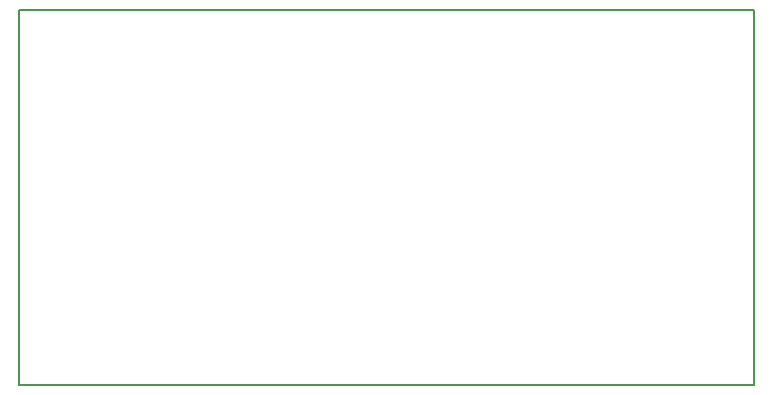
<source format=gm1>
G04 #@! TF.FileFunction,Profile,NP*
%FSLAX46Y46*%
G04 Gerber Fmt 4.6, Leading zero omitted, Abs format (unit mm)*
G04 Created by KiCad (PCBNEW 4.0.6) date Wednesday, September 13, 2017 'PMt' 06:10:32 PM*
%MOMM*%
%LPD*%
G01*
G04 APERTURE LIST*
%ADD10C,0.100000*%
%ADD11C,0.150000*%
G04 APERTURE END LIST*
D10*
D11*
X112395000Y-76835000D02*
X50165000Y-76835000D01*
X50165000Y-45085000D02*
X112395000Y-45085000D01*
X112395000Y-45085000D02*
X112395000Y-76835000D01*
X50165000Y-76835000D02*
X50165000Y-45085000D01*
M02*

</source>
